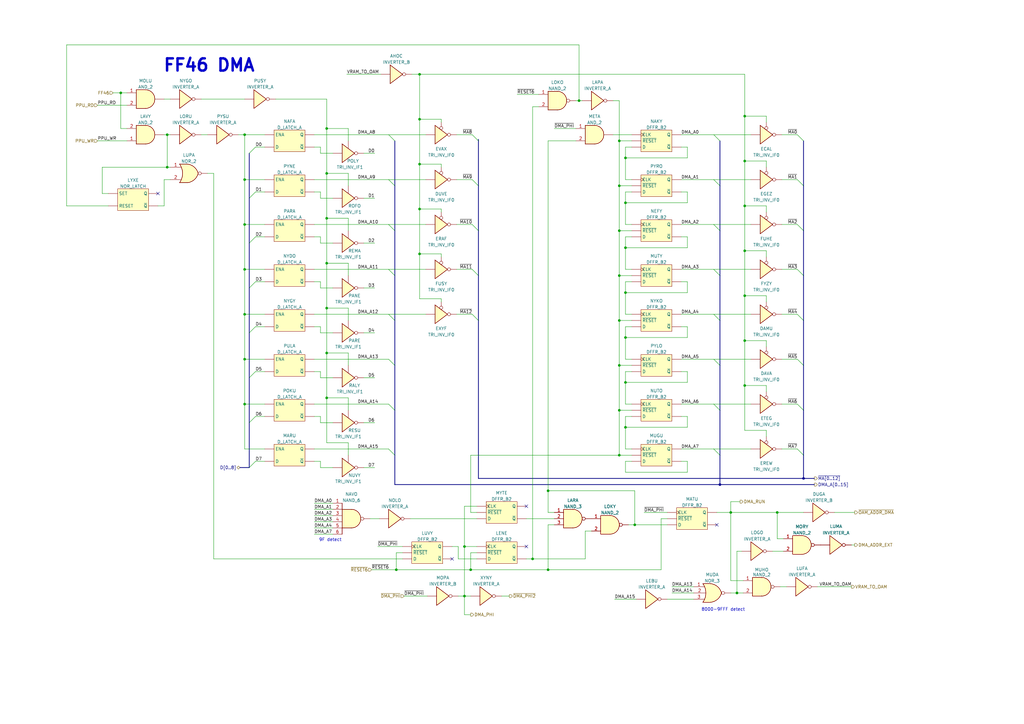
<source format=kicad_sch>
(kicad_sch (version 20211123) (generator eeschema)
  (paper "A3")
  (title_block (title "DMG CPU B") (date "2022-05-19") (rev "0") (company "CC-BY-SA-4.0 Régis Galland & Michael Singer -- Derived work from Furrtek") (comment 1 "https://github.com/msinger/dmg-schematics"))
  (junction (at 254 113.03))
  (junction (at 305.435 84.455))
  (junction (at 256.54 156.845))
  (junction (at 254 94.615))
  (junction (at 224.79 201.295))
  (junction (at 100.33 110.49))
  (junction (at 302.26 243.205))
  (junction (at 254 149.86))
  (junction (at 299.72 210.185))
  (junction (at 162.56 233.68))
  (junction (at 68.58 55.245))
  (junction (at 254 57.785))
  (junction (at 133.985 144.78))
  (junction (at 256.54 175.26))
  (junction (at 256.54 138.43))
  (junction (at 190.5 244.475))
  (junction (at 256.54 101.6))
  (junction (at 224.79 233.68))
  (junction (at 68.58 68.58))
  (junction (at 133.985 89.535))
  (junction (at 100.33 73.66))
  (junction (at 305.435 66.04))
  (junction (at 100.33 147.32))
  (junction (at 254 186.69))
  (junction (at 133.985 163.195))
  (junction (at 318.77 210.185))
  (junction (at 133.985 126.365))
  (junction (at 100.33 55.245))
  (junction (at 329.565 196.215))
  (junction (at 295.275 198.755))
  (junction (at 172.085 30.48))
  (junction (at 256.54 64.77))
  (junction (at 100.33 128.905))
  (junction (at 172.085 85.725))
  (junction (at 133.985 107.95))
  (junction (at 305.435 121.285))
  (junction (at 218.44 229.235))
  (junction (at 133.985 71.12))
  (junction (at 254 131.445))
  (junction (at 49.53 38.1))
  (junction (at 305.435 102.87))
  (junction (at 190.5 224.155))
  (junction (at 193.04 233.68))
  (junction (at 305.435 47.625))
  (junction (at 305.435 139.7))
  (junction (at 100.33 92.075))
  (junction (at 260.35 215.265))
  (junction (at 254 76.2))
  (junction (at 172.085 48.895))
  (junction (at 172.085 104.14))
  (junction (at 305.435 158.115))
  (junction (at 256.54 83.185))
  (junction (at 254 168.275))
  (junction (at 172.085 67.31))
  (junction (at 256.54 120.015))
  (junction (at 237.49 41.275))
  (junction (at 133.985 52.705))
  (junction (at 100.33 165.735))
  (no_connect (at 64.77 79.375))
  (no_connect (at 185.42 229.235))
  (no_connect (at 294.005 215.265))
  (no_connect (at 215.9 224.155))
  (no_connect (at 215.9 207.645))
  (bus_entry (at 159.385 165.735) (size 2.54 2.54))
  (bus_entry (at 102.235 99.695) (size 2.54 -2.54))
  (bus_entry (at 292.735 128.905) (size 2.54 2.54))
  (bus_entry (at 159.385 184.15) (size 2.54 2.54))
  (bus_entry (at 102.235 154.94) (size 2.54 -2.54))
  (bus_entry (at 292.735 165.735) (size 2.54 2.54))
  (bus_entry (at 102.235 62.865) (size 2.54 -2.54))
  (bus_entry (at 193.675 110.49) (size 2.54 2.54))
  (bus_entry (at 292.735 184.15) (size 2.54 2.54))
  (bus_entry (at 327.025 55.245) (size 2.54 2.54))
  (bus_entry (at 327.025 73.66) (size 2.54 2.54))
  (bus_entry (at 327.025 165.735) (size 2.54 2.54))
  (bus_entry (at 327.025 184.15) (size 2.54 2.54))
  (bus_entry (at 327.025 147.32) (size 2.54 2.54))
  (bus_entry (at 327.025 128.905) (size 2.54 2.54))
  (bus_entry (at 327.025 110.49) (size 2.54 2.54))
  (bus_entry (at 327.025 92.075) (size 2.54 2.54))
  (bus_entry (at 193.675 128.905) (size 2.54 2.54))
  (bus_entry (at 102.235 81.28) (size 2.54 -2.54))
  (bus_entry (at 292.735 55.245) (size 2.54 2.54))
  (bus_entry (at 102.235 136.525) (size 2.54 -2.54))
  (bus_entry (at 193.675 92.075) (size 2.54 2.54))
  (bus_entry (at 102.235 173.355) (size 2.54 -2.54))
  (bus_entry (at 102.235 191.77) (size 2.54 -2.54))
  (bus_entry (at 193.675 55.245) (size 2.54 2.54))
  (bus_entry (at 292.735 92.075) (size 2.54 2.54))
  (bus_entry (at 159.385 128.905) (size 2.54 2.54))
  (bus_entry (at 159.385 92.075) (size 2.54 2.54))
  (bus_entry (at 159.385 73.66) (size 2.54 2.54))
  (bus_entry (at 159.385 55.245) (size 2.54 2.54))
  (bus_entry (at 159.385 110.49) (size 2.54 2.54))
  (bus_entry (at 292.735 110.49) (size 2.54 2.54))
  (bus_entry (at 102.235 118.11) (size 2.54 -2.54))
  (bus_entry (at 292.735 147.32) (size 2.54 2.54))
  (bus_entry (at 292.735 73.66) (size 2.54 2.54))
  (bus_entry (at 193.675 73.66) (size 2.54 2.54))
  (bus_entry (at 159.385 147.32) (size 2.54 2.54))
  (wire (pts (xy 256.54 165.735) (xy 259.08 165.735)))
  (wire (pts (xy 100.33 165.735) (xy 108.585 165.735)))
  (wire (pts (xy 180.975 86.995) (xy 180.975 85.725)))
  (wire (pts (xy 256.54 101.6) (xy 256.54 110.49)))
  (wire (pts (xy 128.905 152.4) (xy 131.445 152.4)))
  (wire (pts (xy 168.91 30.48) (xy 172.085 30.48)))
  (wire (pts (xy 100.33 92.075) (xy 108.585 92.075)))
  (wire (pts (xy 131.445 97.155) (xy 131.445 99.695)))
  (wire (pts (xy 237.49 41.275) (xy 237.49 18.415)))
  (wire (pts (xy 149.225 81.28) (xy 153.67 81.28)))
  (wire (pts (xy 224.79 57.785) (xy 224.79 201.295)))
  (wire (pts (xy 314.325 86.995) (xy 314.325 84.455)))
  (wire (pts (xy 142.875 57.785) (xy 142.875 52.705)))
  (bus (pts (xy 295.275 113.03) (xy 295.275 131.445)))
  (wire (pts (xy 305.435 84.455) (xy 305.435 66.04)))
  (wire (pts (xy 44.45 84.455) (xy 27.305 84.455)))
  (wire (pts (xy 87.63 71.12) (xy 85.09 71.12)))
  (wire (pts (xy 128.905 211.455) (xy 136.525 211.455)))
  (wire (pts (xy 142.875 149.86) (xy 142.875 144.78)))
  (wire (pts (xy 224.79 210.185) (xy 224.79 201.295)))
  (wire (pts (xy 279.4 147.32) (xy 292.735 147.32)))
  (wire (pts (xy 292.735 128.905) (xy 307.975 128.905)))
  (wire (pts (xy 128.905 60.325) (xy 131.445 60.325)))
  (wire (pts (xy 133.985 144.78) (xy 142.875 144.78)))
  (wire (pts (xy 162.56 226.695) (xy 162.56 233.68)))
  (wire (pts (xy 133.985 181.61) (xy 142.875 181.61)))
  (wire (pts (xy 256.54 193.675) (xy 281.94 193.675)))
  (wire (pts (xy 128.905 110.49) (xy 159.385 110.49)))
  (wire (pts (xy 254 113.03) (xy 254 131.445)))
  (wire (pts (xy 131.445 133.985) (xy 131.445 136.525)))
  (wire (pts (xy 87.63 71.12) (xy 87.63 229.235)))
  (wire (pts (xy 320.675 110.49) (xy 327.025 110.49)))
  (wire (pts (xy 133.985 71.12) (xy 133.985 89.535)))
  (wire (pts (xy 100.33 92.075) (xy 100.33 110.49)))
  (wire (pts (xy 224.79 215.265) (xy 227.33 215.265)))
  (wire (pts (xy 320.675 147.32) (xy 327.025 147.32)))
  (wire (pts (xy 256.54 156.845) (xy 281.94 156.845)))
  (wire (pts (xy 159.385 110.49) (xy 174.625 110.49)))
  (bus (pts (xy 161.925 94.615) (xy 161.925 113.03)))
  (wire (pts (xy 256.54 92.075) (xy 259.08 92.075)))
  (wire (pts (xy 215.9 212.725) (xy 227.33 212.725)))
  (wire (pts (xy 100.33 128.905) (xy 108.585 128.905)))
  (wire (pts (xy 318.77 210.185) (xy 318.77 220.98)))
  (bus (pts (xy 102.235 118.11) (xy 102.235 136.525)))
  (wire (pts (xy 193.04 210.185) (xy 195.58 210.185)))
  (wire (pts (xy 27.305 18.415) (xy 27.305 84.455)))
  (wire (pts (xy 305.435 102.87) (xy 305.435 84.455)))
  (wire (pts (xy 190.5 244.475) (xy 193.04 244.475)))
  (wire (pts (xy 260.35 215.265) (xy 273.685 215.265)))
  (wire (pts (xy 87.63 229.235) (xy 165.1 229.235)))
  (wire (pts (xy 104.775 60.325) (xy 108.585 60.325)))
  (wire (pts (xy 142.875 168.275) (xy 142.875 163.195)))
  (wire (pts (xy 281.94 138.43) (xy 281.94 133.985)))
  (bus (pts (xy 161.925 57.785) (xy 161.925 76.2)))
  (wire (pts (xy 149.225 136.525) (xy 153.67 136.525)))
  (wire (pts (xy 133.985 126.365) (xy 142.875 126.365)))
  (wire (pts (xy 259.08 60.325) (xy 256.54 60.325)))
  (bus (pts (xy 196.215 131.445) (xy 196.215 196.215)))
  (wire (pts (xy 281.94 101.6) (xy 281.94 97.155)))
  (wire (pts (xy 314.325 47.625) (xy 305.435 47.625)))
  (wire (pts (xy 256.54 83.185) (xy 281.94 83.185)))
  (wire (pts (xy 259.08 168.275) (xy 254 168.275)))
  (bus (pts (xy 295.275 94.615) (xy 295.275 113.03)))
  (wire (pts (xy 131.445 152.4) (xy 131.445 154.94)))
  (wire (pts (xy 240.03 217.805) (xy 242.57 217.805)))
  (wire (pts (xy 218.44 43.815) (xy 220.98 43.815)))
  (wire (pts (xy 128.905 208.915) (xy 136.525 208.915)))
  (wire (pts (xy 259.08 115.57) (xy 256.54 115.57)))
  (wire (pts (xy 292.735 92.075) (xy 307.975 92.075)))
  (wire (pts (xy 128.905 115.57) (xy 131.445 115.57)))
  (wire (pts (xy 154.94 224.155) (xy 165.1 224.155)))
  (wire (pts (xy 131.445 118.11) (xy 136.525 118.11)))
  (wire (pts (xy 100.33 147.32) (xy 100.33 165.735)))
  (wire (pts (xy 172.085 48.895) (xy 172.085 67.31)))
  (wire (pts (xy 180.975 68.58) (xy 180.975 67.31)))
  (wire (pts (xy 302.26 226.06) (xy 304.165 226.06)))
  (wire (pts (xy 314.325 105.41) (xy 314.325 102.87)))
  (wire (pts (xy 259.08 189.23) (xy 256.54 189.23)))
  (wire (pts (xy 279.4 73.66) (xy 292.735 73.66)))
  (wire (pts (xy 314.325 139.7) (xy 305.435 139.7)))
  (wire (pts (xy 142.875 113.03) (xy 142.875 107.95)))
  (wire (pts (xy 281.94 189.23) (xy 279.4 189.23)))
  (bus (pts (xy 161.925 113.03) (xy 161.925 131.445)))
  (wire (pts (xy 68.58 55.245) (xy 69.85 55.245)))
  (bus (pts (xy 295.275 76.2) (xy 295.275 94.615)))
  (wire (pts (xy 100.33 55.245) (xy 100.33 73.66)))
  (wire (pts (xy 254 94.615) (xy 254 113.03)))
  (wire (pts (xy 320.675 73.66) (xy 327.025 73.66)))
  (wire (pts (xy 128.905 133.985) (xy 131.445 133.985)))
  (wire (pts (xy 254 168.275) (xy 254 186.69)))
  (wire (pts (xy 104.775 133.985) (xy 108.585 133.985)))
  (wire (pts (xy 227.33 210.185) (xy 224.79 210.185)))
  (wire (pts (xy 256.54 110.49) (xy 259.08 110.49)))
  (bus (pts (xy 329.565 149.86) (xy 329.565 168.275)))
  (wire (pts (xy 180.975 50.165) (xy 180.975 48.895)))
  (bus (pts (xy 196.215 57.785) (xy 196.215 76.2)))
  (wire (pts (xy 252.095 245.745) (xy 260.985 245.745)))
  (wire (pts (xy 259.08 94.615) (xy 254 94.615)))
  (wire (pts (xy 299.72 210.185) (xy 299.72 238.125)))
  (wire (pts (xy 279.4 165.735) (xy 292.735 165.735)))
  (wire (pts (xy 128.905 184.15) (xy 159.385 184.15)))
  (bus (pts (xy 196.215 57.15) (xy 196.215 57.785)))
  (wire (pts (xy 159.385 73.66) (xy 174.625 73.66)))
  (wire (pts (xy 256.54 83.185) (xy 256.54 92.075)))
  (bus (pts (xy 161.925 168.275) (xy 161.925 186.69)))
  (bus (pts (xy 329.565 76.2) (xy 329.565 94.615)))
  (wire (pts (xy 302.26 243.205) (xy 304.8 243.205)))
  (wire (pts (xy 314.325 176.53) (xy 305.435 176.53)))
  (wire (pts (xy 224.79 201.295) (xy 260.35 201.295)))
  (wire (pts (xy 254 57.785) (xy 254 76.2)))
  (wire (pts (xy 67.31 73.66) (xy 69.85 73.66)))
  (bus (pts (xy 329.565 186.69) (xy 329.565 196.215)))
  (wire (pts (xy 193.04 186.69) (xy 254 186.69)))
  (wire (pts (xy 305.435 66.04) (xy 305.435 47.625)))
  (wire (pts (xy 256.54 78.74) (xy 256.54 83.185)))
  (wire (pts (xy 159.385 55.245) (xy 174.625 55.245)))
  (wire (pts (xy 281.94 60.325) (xy 279.4 60.325)))
  (wire (pts (xy 195.58 212.725) (xy 168.275 212.725)))
  (wire (pts (xy 131.445 173.355) (xy 136.525 173.355)))
  (wire (pts (xy 104.775 115.57) (xy 108.585 115.57)))
  (wire (pts (xy 256.54 97.155) (xy 256.54 101.6)))
  (wire (pts (xy 281.94 78.74) (xy 279.4 78.74)))
  (wire (pts (xy 279.4 128.905) (xy 292.735 128.905)))
  (bus (pts (xy 295.275 198.755) (xy 334.01 198.755)))
  (wire (pts (xy 64.77 84.455) (xy 67.31 84.455)))
  (wire (pts (xy 259.08 113.03) (xy 254 113.03)))
  (wire (pts (xy 162.56 233.68) (xy 193.04 233.68)))
  (wire (pts (xy 281.94 97.155) (xy 279.4 97.155)))
  (bus (pts (xy 161.925 149.86) (xy 161.925 168.275)))
  (wire (pts (xy 27.305 18.415) (xy 237.49 18.415)))
  (wire (pts (xy 305.435 30.48) (xy 305.435 47.625)))
  (wire (pts (xy 281.94 175.26) (xy 281.94 170.815)))
  (wire (pts (xy 299.72 210.185) (xy 318.77 210.185)))
  (wire (pts (xy 104.775 152.4) (xy 108.585 152.4)))
  (wire (pts (xy 159.385 128.905) (xy 174.625 128.905)))
  (wire (pts (xy 256.54 189.23) (xy 256.54 193.675)))
  (wire (pts (xy 193.04 186.69) (xy 193.04 210.185)))
  (wire (pts (xy 236.22 41.275) (xy 237.49 41.275)))
  (wire (pts (xy 172.085 85.725) (xy 172.085 104.14)))
  (wire (pts (xy 271.145 212.725) (xy 273.685 212.725)))
  (wire (pts (xy 256.54 64.77) (xy 256.54 73.66)))
  (wire (pts (xy 67.31 40.64) (xy 69.85 40.64)))
  (wire (pts (xy 128.905 78.74) (xy 131.445 78.74)))
  (wire (pts (xy 128.905 147.32) (xy 159.385 147.32)))
  (wire (pts (xy 279.4 110.49) (xy 292.735 110.49)))
  (wire (pts (xy 131.445 154.94) (xy 136.525 154.94)))
  (wire (pts (xy 305.435 176.53) (xy 305.435 158.115)))
  (bus (pts (xy 102.235 81.28) (xy 102.235 99.695)))
  (wire (pts (xy 128.905 128.905) (xy 159.385 128.905)))
  (wire (pts (xy 281.94 156.845) (xy 281.94 152.4)))
  (bus (pts (xy 295.275 131.445) (xy 295.275 149.86)))
  (wire (pts (xy 149.225 173.355) (xy 153.67 173.355)))
  (wire (pts (xy 256.54 120.015) (xy 281.94 120.015)))
  (wire (pts (xy 259.08 186.69) (xy 254 186.69)))
  (wire (pts (xy 314.325 158.115) (xy 305.435 158.115)))
  (wire (pts (xy 281.94 115.57) (xy 279.4 115.57)))
  (wire (pts (xy 292.735 110.49) (xy 307.975 110.49)))
  (wire (pts (xy 260.35 201.295) (xy 260.35 215.265)))
  (wire (pts (xy 304.8 238.125) (xy 299.72 238.125)))
  (wire (pts (xy 254 149.86) (xy 254 168.275)))
  (wire (pts (xy 212.09 38.735) (xy 220.98 38.735)))
  (wire (pts (xy 187.325 110.49) (xy 193.675 110.49)))
  (wire (pts (xy 187.325 128.905) (xy 193.675 128.905)))
  (wire (pts (xy 294.005 210.185) (xy 299.72 210.185)))
  (bus (pts (xy 329.565 113.03) (xy 329.565 131.445)))
  (wire (pts (xy 131.445 62.865) (xy 136.525 62.865)))
  (bus (pts (xy 329.565 57.785) (xy 329.565 76.2)))
  (wire (pts (xy 320.675 55.245) (xy 327.025 55.245)))
  (wire (pts (xy 320.675 128.905) (xy 327.025 128.905)))
  (wire (pts (xy 100.33 55.245) (xy 108.585 55.245)))
  (wire (pts (xy 133.985 144.78) (xy 133.985 163.195)))
  (bus (pts (xy 196.215 113.03) (xy 196.215 131.445)))
  (wire (pts (xy 131.445 189.23) (xy 131.445 191.77)))
  (wire (pts (xy 100.33 147.32) (xy 108.585 147.32)))
  (wire (pts (xy 128.905 170.815) (xy 131.445 170.815)))
  (wire (pts (xy 303.53 205.74) (xy 299.72 205.74)))
  (wire (pts (xy 342.265 210.185) (xy 350.52 210.185)))
  (wire (pts (xy 224.79 233.68) (xy 224.79 215.265)))
  (wire (pts (xy 305.435 158.115) (xy 305.435 139.7)))
  (wire (pts (xy 180.975 48.895) (xy 172.085 48.895)))
  (bus (pts (xy 98.425 191.77) (xy 102.235 191.77)))
  (wire (pts (xy 320.04 240.665) (xy 322.58 240.665)))
  (wire (pts (xy 190.5 224.155) (xy 195.58 224.155)))
  (bus (pts (xy 196.215 76.2) (xy 196.215 94.615)))
  (bus (pts (xy 295.275 168.275) (xy 295.275 186.69)))
  (wire (pts (xy 259.08 170.815) (xy 256.54 170.815)))
  (wire (pts (xy 305.435 121.285) (xy 305.435 102.87)))
  (wire (pts (xy 254 76.2) (xy 254 94.615)))
  (wire (pts (xy 100.33 73.66) (xy 108.585 73.66)))
  (wire (pts (xy 314.325 102.87) (xy 305.435 102.87)))
  (wire (pts (xy 193.04 226.695) (xy 195.58 226.695)))
  (wire (pts (xy 281.94 83.185) (xy 281.94 78.74)))
  (wire (pts (xy 318.77 210.185) (xy 329.565 210.185)))
  (wire (pts (xy 190.5 252.095) (xy 193.04 252.095)))
  (wire (pts (xy 41.91 79.375) (xy 44.45 79.375)))
  (wire (pts (xy 128.905 219.075) (xy 136.525 219.075)))
  (wire (pts (xy 97.79 55.245) (xy 100.33 55.245)))
  (wire (pts (xy 259.08 133.985) (xy 256.54 133.985)))
  (wire (pts (xy 190.5 207.645) (xy 195.58 207.645)))
  (wire (pts (xy 128.905 213.995) (xy 136.525 213.995)))
  (bus (pts (xy 161.925 198.755) (xy 161.925 186.69)))
  (wire (pts (xy 128.905 92.075) (xy 159.385 92.075)))
  (wire (pts (xy 292.735 147.32) (xy 307.975 147.32)))
  (wire (pts (xy 320.675 165.735) (xy 327.025 165.735)))
  (wire (pts (xy 172.085 85.725) (xy 180.975 85.725)))
  (wire (pts (xy 149.225 62.865) (xy 153.67 62.865)))
  (wire (pts (xy 172.085 30.48) (xy 172.085 48.895)))
  (wire (pts (xy 133.985 89.535) (xy 133.985 107.95)))
  (bus (pts (xy 102.235 173.355) (xy 102.235 191.77)))
  (wire (pts (xy 133.985 163.195) (xy 142.875 163.195)))
  (wire (pts (xy 264.16 210.185) (xy 273.685 210.185)))
  (wire (pts (xy 128.905 97.155) (xy 131.445 97.155)))
  (bus (pts (xy 295.275 57.785) (xy 295.275 76.2)))
  (wire (pts (xy 335.28 240.665) (xy 349.25 240.665)))
  (wire (pts (xy 292.735 165.735) (xy 307.975 165.735)))
  (wire (pts (xy 41.91 68.58) (xy 68.58 68.58)))
  (wire (pts (xy 187.325 92.075) (xy 193.675 92.075)))
  (wire (pts (xy 302.26 243.205) (xy 302.26 226.06)))
  (bus (pts (xy 102.235 62.865) (xy 102.235 81.28)))
  (wire (pts (xy 100.33 128.905) (xy 100.33 147.32)))
  (wire (pts (xy 149.225 154.94) (xy 153.67 154.94)))
  (wire (pts (xy 292.735 184.15) (xy 307.975 184.15)))
  (bus (pts (xy 102.235 136.525) (xy 102.235 154.94)))
  (wire (pts (xy 281.94 120.015) (xy 281.94 115.57)))
  (wire (pts (xy 187.325 73.66) (xy 193.675 73.66)))
  (wire (pts (xy 218.44 43.815) (xy 218.44 229.235)))
  (bus (pts (xy 329.565 196.215) (xy 334.01 196.215)))
  (wire (pts (xy 279.4 184.15) (xy 292.735 184.15)))
  (wire (pts (xy 314.325 66.04) (xy 305.435 66.04)))
  (wire (pts (xy 180.975 123.825) (xy 180.975 122.555)))
  (wire (pts (xy 314.325 123.825) (xy 314.325 121.285)))
  (wire (pts (xy 159.385 92.075) (xy 174.625 92.075)))
  (wire (pts (xy 259.08 97.155) (xy 256.54 97.155)))
  (bus (pts (xy 161.925 76.2) (xy 161.925 94.615)))
  (wire (pts (xy 256.54 156.845) (xy 256.54 165.735)))
  (wire (pts (xy 133.985 126.365) (xy 133.985 144.78)))
  (wire (pts (xy 100.33 165.735) (xy 100.33 184.15)))
  (wire (pts (xy 254 41.275) (xy 254 57.785)))
  (wire (pts (xy 314.325 84.455) (xy 305.435 84.455)))
  (wire (pts (xy 133.985 40.64) (xy 133.985 52.705)))
  (wire (pts (xy 172.085 104.14) (xy 180.975 104.14)))
  (wire (pts (xy 205.74 244.475) (xy 208.915 244.475)))
  (wire (pts (xy 251.46 55.245) (xy 259.08 55.245)))
  (wire (pts (xy 275.59 243.205) (xy 284.48 243.205)))
  (wire (pts (xy 256.54 170.815) (xy 256.54 175.26)))
  (wire (pts (xy 187.96 229.235) (xy 187.96 224.155)))
  (wire (pts (xy 40.005 43.18) (xy 52.07 43.18)))
  (wire (pts (xy 113.03 40.64) (xy 133.985 40.64)))
  (bus (pts (xy 196.215 94.615) (xy 196.215 113.03)))
  (wire (pts (xy 187.96 224.155) (xy 185.42 224.155)))
  (wire (pts (xy 52.07 52.705) (xy 49.53 52.705)))
  (wire (pts (xy 279.4 55.245) (xy 292.735 55.245)))
  (wire (pts (xy 281.94 152.4) (xy 279.4 152.4)))
  (wire (pts (xy 259.08 78.74) (xy 256.54 78.74)))
  (wire (pts (xy 256.54 120.015) (xy 256.54 128.905)))
  (wire (pts (xy 259.08 57.785) (xy 254 57.785)))
  (wire (pts (xy 256.54 64.77) (xy 281.94 64.77)))
  (wire (pts (xy 187.325 55.245) (xy 193.675 55.245)))
  (bus (pts (xy 329.565 94.615) (xy 329.565 113.03)))
  (wire (pts (xy 259.08 76.2) (xy 254 76.2)))
  (wire (pts (xy 128.905 165.735) (xy 159.385 165.735)))
  (wire (pts (xy 256.54 152.4) (xy 256.54 156.845)))
  (wire (pts (xy 149.225 191.77) (xy 153.67 191.77)))
  (wire (pts (xy 193.04 233.68) (xy 224.79 233.68)))
  (wire (pts (xy 316.865 226.06) (xy 321.31 226.06)))
  (wire (pts (xy 318.77 220.98) (xy 321.31 220.98)))
  (wire (pts (xy 152.4 233.68) (xy 162.56 233.68)))
  (wire (pts (xy 131.445 60.325) (xy 131.445 62.865)))
  (wire (pts (xy 131.445 136.525) (xy 136.525 136.525)))
  (wire (pts (xy 190.5 207.645) (xy 190.5 224.155)))
  (wire (pts (xy 349.25 223.52) (xy 350.52 223.52)))
  (wire (pts (xy 133.985 89.535) (xy 142.875 89.535)))
  (wire (pts (xy 104.775 170.815) (xy 108.585 170.815)))
  (wire (pts (xy 279.4 92.075) (xy 292.735 92.075)))
  (wire (pts (xy 128.905 55.245) (xy 159.385 55.245)))
  (wire (pts (xy 67.31 84.455) (xy 67.31 73.66)))
  (wire (pts (xy 131.445 170.815) (xy 131.445 173.355)))
  (wire (pts (xy 131.445 115.57) (xy 131.445 118.11)))
  (wire (pts (xy 67.31 55.245) (xy 68.58 55.245)))
  (wire (pts (xy 142.875 131.445) (xy 142.875 126.365)))
  (wire (pts (xy 236.22 57.785) (xy 224.79 57.785)))
  (wire (pts (xy 142.875 181.61) (xy 142.875 186.69)))
  (wire (pts (xy 281.94 133.985) (xy 279.4 133.985)))
  (wire (pts (xy 259.08 149.86) (xy 254 149.86)))
  (wire (pts (xy 314.325 50.165) (xy 314.325 47.625)))
  (wire (pts (xy 190.5 224.155) (xy 190.5 244.475)))
  (wire (pts (xy 69.85 68.58) (xy 68.58 68.58)))
  (wire (pts (xy 49.53 52.705) (xy 49.53 38.1)))
  (wire (pts (xy 256.54 138.43) (xy 256.54 147.32)))
  (wire (pts (xy 172.085 67.31) (xy 172.085 85.725)))
  (wire (pts (xy 256.54 184.15) (xy 259.08 184.15)))
  (wire (pts (xy 215.9 229.235) (xy 218.44 229.235)))
  (wire (pts (xy 82.55 55.245) (xy 85.09 55.245)))
  (bus (pts (xy 196.215 196.215) (xy 329.565 196.215)))
  (wire (pts (xy 128.905 189.23) (xy 131.445 189.23)))
  (wire (pts (xy 131.445 191.77) (xy 136.525 191.77)))
  (wire (pts (xy 40.005 57.785) (xy 52.07 57.785)))
  (wire (pts (xy 218.44 229.235) (xy 240.03 229.235)))
  (wire (pts (xy 82.55 40.64) (xy 100.33 40.64)))
  (wire (pts (xy 149.225 99.695) (xy 153.67 99.695)))
  (wire (pts (xy 227.33 52.705) (xy 236.22 52.705)))
  (wire (pts (xy 104.775 97.155) (xy 108.585 97.155)))
  (wire (pts (xy 224.79 233.68) (xy 271.145 233.68)))
  (bus (pts (xy 295.275 198.755) (xy 161.925 198.755)))
  (wire (pts (xy 320.675 184.15) (xy 327.025 184.15)))
  (wire (pts (xy 128.905 216.535) (xy 136.525 216.535)))
  (wire (pts (xy 131.445 81.28) (xy 136.525 81.28)))
  (wire (pts (xy 256.54 115.57) (xy 256.54 120.015)))
  (wire (pts (xy 180.975 105.41) (xy 180.975 104.14)))
  (wire (pts (xy 299.72 205.74) (xy 299.72 210.185)))
  (wire (pts (xy 100.33 184.15) (xy 108.585 184.15)))
  (wire (pts (xy 251.46 41.275) (xy 254 41.275)))
  (wire (pts (xy 165.735 244.475) (xy 175.26 244.475)))
  (wire (pts (xy 320.675 92.075) (xy 327.025 92.075)))
  (wire (pts (xy 172.085 104.14) (xy 172.085 122.555)))
  (wire (pts (xy 299.72 243.205) (xy 302.26 243.205)))
  (wire (pts (xy 133.985 52.705) (xy 142.875 52.705)))
  (wire (pts (xy 187.96 244.475) (xy 190.5 244.475)))
  (wire (pts (xy 41.91 68.58) (xy 41.91 79.375)))
  (wire (pts (xy 104.775 189.23) (xy 108.585 189.23)))
  (wire (pts (xy 292.735 73.66) (xy 307.975 73.66)))
  (wire (pts (xy 131.445 99.695) (xy 136.525 99.695)))
  (wire (pts (xy 259.08 152.4) (xy 256.54 152.4)))
  (wire (pts (xy 162.56 226.695) (xy 165.1 226.695)))
  (wire (pts (xy 256.54 60.325) (xy 256.54 64.77)))
  (wire (pts (xy 193.04 226.695) (xy 193.04 233.68)))
  (wire (pts (xy 260.35 215.265) (xy 257.81 215.265)))
  (wire (pts (xy 151.765 212.725) (xy 155.575 212.725)))
  (wire (pts (xy 281.94 170.815) (xy 279.4 170.815)))
  (bus (pts (xy 295.275 149.86) (xy 295.275 168.275)))
  (wire (pts (xy 281.94 64.77) (xy 281.94 60.325)))
  (wire (pts (xy 133.985 71.12) (xy 142.875 71.12)))
  (wire (pts (xy 259.08 73.66) (xy 256.54 73.66)))
  (wire (pts (xy 133.985 107.95) (xy 142.875 107.95)))
  (wire (pts (xy 190.5 252.095) (xy 190.5 244.475)))
  (wire (pts (xy 256.54 147.32) (xy 259.08 147.32)))
  (wire (pts (xy 314.325 142.24) (xy 314.325 139.7)))
  (wire (pts (xy 259.08 131.445) (xy 254 131.445)))
  (wire (pts (xy 256.54 133.985) (xy 256.54 138.43)))
  (wire (pts (xy 133.985 107.95) (xy 133.985 126.365)))
  (bus (pts (xy 102.235 99.695) (xy 102.235 118.11)))
  (wire (pts (xy 275.59 240.665) (xy 284.48 240.665)))
  (wire (pts (xy 256.54 128.905) (xy 259.08 128.905)))
  (wire (pts (xy 237.49 41.275) (xy 238.76 41.275)))
  (wire (pts (xy 314.325 68.58) (xy 314.325 66.04)))
  (wire (pts (xy 256.54 175.26) (xy 281.94 175.26)))
  (wire (pts (xy 314.325 160.655) (xy 314.325 158.115)))
  (wire (pts (xy 314.325 179.07) (xy 314.325 176.53)))
  (wire (pts (xy 292.735 55.245) (xy 307.975 55.245)))
  (wire (pts (xy 133.985 163.195) (xy 133.985 181.61)))
  (wire (pts (xy 142.24 30.48) (xy 156.21 30.48)))
  (wire (pts (xy 68.58 55.245) (xy 68.58 68.58)))
  (wire (pts (xy 142.875 94.615) (xy 142.875 89.535)))
  (wire (pts (xy 281.94 193.675) (xy 281.94 189.23)))
  (wire (pts (xy 100.33 110.49) (xy 108.585 110.49)))
  (bus (pts (xy 102.235 154.94) (xy 102.235 173.355)))
  (wire (pts (xy 256.54 101.6) (xy 281.94 101.6)))
  (wire (pts (xy 149.225 118.11) (xy 153.67 118.11)))
  (wire (pts (xy 172.085 30.48) (xy 305.435 30.48)))
  (wire (pts (xy 314.325 121.285) (xy 305.435 121.285)))
  (wire (pts (xy 256.54 175.26) (xy 256.54 184.15)))
  (wire (pts (xy 128.905 73.66) (xy 159.385 73.66)))
  (wire (pts (xy 104.775 78.74) (xy 108.585 78.74)))
  (wire (pts (xy 100.33 73.66) (xy 100.33 92.075)))
  (bus (pts (xy 329.565 131.445) (xy 329.565 149.86)))
  (wire (pts (xy 49.53 38.1) (xy 52.07 38.1)))
  (wire (pts (xy 271.145 233.68) (xy 271.145 212.725)))
  (wire (pts (xy 128.905 206.375) (xy 136.525 206.375)))
  (wire (pts (xy 172.085 67.31) (xy 180.975 67.31)))
  (wire (pts (xy 100.33 110.49) (xy 100.33 128.905)))
  (wire (pts (xy 256.54 138.43) (xy 281.94 138.43)))
  (wire (pts (xy 142.875 76.2) (xy 142.875 71.12)))
  (bus (pts (xy 295.275 186.69) (xy 295.275 198.755)))
  (wire (pts (xy 240.03 229.235) (xy 240.03 217.805)))
  (bus (pts (xy 161.925 131.445) (xy 161.925 149.86)))
  (wire (pts (xy 195.58 229.235) (xy 187.96 229.235)))
  (bus (pts (xy 329.565 168.275) (xy 329.565 186.69)))
  (wire (pts (xy 273.685 245.745) (xy 284.48 245.745)))
  (wire (pts (xy 172.085 122.555) (xy 180.975 122.555)))
  (wire (pts (xy 46.355 38.1) (xy 49.53 38.1)))
  (wire (pts (xy 254 131.445) (xy 254 149.86)))
  (wire (pts (xy 133.985 52.705) (xy 133.985 71.12)))
  (wire (pts (xy 305.435 139.7) (xy 305.435 121.285)))
  (wire (pts (xy 131.445 78.74) (xy 131.445 81.28)))
  (text "8000-9FFF detect" (at 287.655 250.825 0) (effects (font (size 1.27 1.27)) (justify left bottom)))
  (text "FF46 DMA" (at 66.675 29.845 0) (effects (font (size 5 5) (thickness 1) bold) (justify left bottom)))
  (text "9F detect" (at 130.81 222.25 0) (effects (font (size 1.27 1.27)) (justify left bottom)))
  (label "D2" (at 153.67 99.695 180))
  (label "DMA_A13" (at 146.685 147.32 0))
  (label "DMA_A3" (at 279.4 110.49 0))
  (label "DMA_A1" (at 279.4 73.66 0))
  (label "D7" (at 153.67 191.77 180))
  (label "~{DMA_PHI}" (at 227.33 52.705 0))
  (label "DMA_A8" (at 146.685 55.245 0))
  (label "VRAM_TO_OAM" (at 142.24 30.48 0))
  (label "DMA_A15" (at 252.095 245.745 0))
  (label "DMA_A4" (at 279.4 128.905 0))
  (label "DMA_A0" (at 279.4 55.245 0))
  (label "DMA_A12" (at 146.685 128.905 0))
  (label "DMA_A15" (at 146.685 184.15 0))
  (label "~{MA5}" (at 327.025 147.32 180))
  (label "~{MA7}" (at 327.025 184.15 180))
  (label "~{MA6}" (at 327.025 165.735 180))
  (label "D3" (at 153.67 118.11 180))
  (label "DMA_A6" (at 279.4 165.735 0))
  (label "DMA_A9" (at 146.685 73.66 0))
  (label "~{MA8}" (at 193.675 55.245 180))
  (label "~{MA2}" (at 327.025 92.075 180))
  (label "~{MA4}" (at 327.025 128.905 180))
  (label "DMA_A11" (at 146.685 110.49 0))
  (label "D4" (at 104.775 133.985 0))
  (label "DMA_A5" (at 279.4 147.32 0))
  (label "~{DMA_PHI}" (at 264.16 210.185 0))
  (label "VRAM_TO_OAM" (at 349.25 240.665 180))
  (label "PPU_RD" (at 40.005 43.18 0))
  (label "D0" (at 153.67 62.865 180))
  (label "DMA_A10" (at 146.685 92.075 0))
  (label "DMA_A7" (at 128.905 219.075 0))
  (label "~{MA10}" (at 193.675 92.075 180))
  (label "DMA_A14" (at 146.685 165.735 0))
  (label "DMA_A1" (at 128.905 208.915 0))
  (label "DMA_A0" (at 128.905 206.375 0))
  (label "~{DMA_PHI}" (at 154.94 224.155 0))
  (label "~{MA12}" (at 193.675 128.905 180))
  (label "~{MA11}" (at 193.675 110.49 180))
  (label "D2" (at 104.775 97.155 0))
  (label "~{DMA_PHI}" (at 165.735 244.475 0))
  (label "D5" (at 104.775 152.4 0))
  (label "D1" (at 153.67 81.28 180))
  (label "DMA_A7" (at 279.4 184.15 0))
  (label "D3" (at 104.775 115.57 0))
  (label "DMA_A4" (at 128.905 216.535 0))
  (label "D1" (at 104.775 78.74 0))
  (label "D4" (at 153.67 136.525 180))
  (label "~{MA9}" (at 193.675 73.66 180))
  (label "~{MA0}" (at 327.025 55.245 180))
  (label "D5" (at 153.67 154.94 180))
  (label "D0" (at 104.775 60.325 0))
  (label "~{MA3}" (at 327.025 110.49 180))
  (label "~{RESET6}" (at 212.09 38.735 0))
  (label "DMA_A14" (at 275.59 243.205 0))
  (label "DMA_A3" (at 128.905 213.995 0))
  (label "D6" (at 104.775 170.815 0))
  (label "DMA_A2" (at 279.4 92.075 0))
  (label "D6" (at 153.67 173.355 180))
  (label "D7" (at 104.775 189.23 0))
  (label "~{MA1}" (at 327.025 73.66 180))
  (label "PPU_WR" (at 40.005 57.785 0))
  (label "~{RESET6}" (at 152.4 233.68 0))
  (label "DMA_A2" (at 128.905 211.455 0))
  (label "DMA_A13" (at 275.59 240.665 0))
  (hierarchical_label "~{OAM_ADDR_DMA}" (shape output) (at 350.52 210.185 0))
  (hierarchical_label "DMA_RUN" (shape output) (at 303.53 205.74 0))
  (hierarchical_label "D[0..8]" (shape bidirectional) (at 98.425 191.77 180))
  (hierarchical_label "FF46" (shape input) (at 46.355 38.1 180))
  (hierarchical_label "~{RESET6}" (shape input) (at 152.4 233.68 180))
  (hierarchical_label "DMA_A[0..15]" (shape output) (at 334.01 198.755 0))
  (hierarchical_label "PPU_WR" (shape input) (at 40.005 57.785 180))
  (hierarchical_label "PPU_RD" (shape input) (at 40.005 43.18 180))
  (hierarchical_label "DMA_PHI" (shape output) (at 193.04 252.095 0))
  (hierarchical_label "~{DMA_PHI}" (shape input) (at 165.735 244.475 180))
  (hierarchical_label "~{MA[0..12]}" (shape output) (at 334.01 196.215 0))
  (hierarchical_label "VRAM_TO_OAM" (shape output) (at 349.25 240.665 0))
  (hierarchical_label "~{DMA_PHI2}" (shape output) (at 208.915 244.475 0))
  (hierarchical_label "DMA_ADDR_EXT" (shape output) (at 350.52 223.52 0))
  (symbol (lib_id "DMG_CPU_Cells:DFFR_B2") (at 269.24 76.2 0) (unit 1)
    (property "Reference" "PYRO" (at 269.24 68.1822 0))
    (property "Value" "DFFR_B2" (at 269.24 70.7191 0))
    (property "Datasheet" "http://iceboy.a-singer.de/doc/dmg_cells.html#dffr_b2" (effects hide))
  )
  (symbol (lib_id "DMG_CPU_Cells:NAND_2") (at 228.6 41.275 0) (unit 1)
    (property "Reference" "LOKO" (at 228.6 33.7652 0))
    (property "Value" "NAND_2" (at 228.6 36.3021 0))
    (property "Datasheet" "http://iceboy.a-singer.de/doc/dmg_cells.html#nand2" (effects hide))
  )
  (symbol (lib_id "DMG_CPU_Cells:INVERTER_B") (at 162.56 30.48 0) (unit 1)
    (property "Reference" "AHOC" (at 162.56 22.9702 0))
    (property "Value" "INVERTER_B" (at 162.56 25.5071 0))
    (property "Datasheet" "http://iceboy.a-singer.de/doc/dmg_cells.html#inv_b" (effects hide))
  )
  (symbol (lib_id "DMG_CPU_Cells:DFFR_B2") (at 205.74 210.185 0) (unit 1)
    (property "Reference" "MYTE" (at 205.74 202.1672 0))
    (property "Value" "DFFR_B2" (at 205.74 204.7041 0))
    (property "Datasheet" "http://iceboy.a-singer.de/doc/dmg_cells.html#dffr_b2" (effects hide))
  )
  (symbol (lib_name "TRI_INV_IF0_11") (lib_id "DMG_CPU_Cells:TRI_INV_IF0") (at 180.975 55.245 0) (unit 1)
    (property "Reference" "EVAX" (at 180.975 61.0854 0))
    (property "Value" "TRI_INV_IF0" (at 180.975 63.6223 0))
    (property "Datasheet" "http://iceboy.a-singer.de/doc/dmg_cells.html#tri_inv_if0" (effects hide))
  )
  (symbol (lib_id "DMG_CPU_Cells:TRI_INV_IF1") (at 142.875 173.355 0) (unit 1)
    (property "Reference" "RESU" (at 145.415 176.53 0))
    (property "Value" "TRI_INV_IF1" (at 142.875 179.07 0))
    (property "Datasheet" "http://iceboy.a-singer.de/doc/dmg_cells.html#tri_inv_if1" (effects hide))
  )
  (symbol (lib_id "DMG_CPU_Cells:D_LATCH_A") (at 118.745 57.785 0) (unit 1)
    (property "Reference" "NAFA" (at 118.745 49.7672 0))
    (property "Value" "D_LATCH_A" (at 118.745 52.3041 0))
    (property "Datasheet" "http://iceboy.a-singer.de/doc/dmg_cells.html#dlatch_a" (effects hide))
  )
  (symbol (lib_id "DMG_CPU_Cells:INVERTER_A") (at 106.68 40.64 0) (unit 1)
    (property "Reference" "PUSY" (at 106.68 33.1302 0))
    (property "Value" "INVERTER_A" (at 106.68 35.6671 0))
    (property "Datasheet" "http://iceboy.a-singer.de/doc/dmg_cells.html#inv_a" (effects hide))
  )
  (symbol (lib_id "DMG_CPU_Cells:INVERTER_A") (at 342.9 223.52 0) (unit 1)
    (property "Reference" "LUMA" (at 342.9 215.9 0))
    (property "Value" "INVERTER_A" (at 342.9 218.5471 0))
    (property "Datasheet" "http://iceboy.a-singer.de/doc/dmg_cells.html#inv_a" (effects hide))
  )
  (symbol (lib_id "DMG_CPU_Cells:INVERTER_A") (at 76.2 40.64 0) (unit 1)
    (property "Reference" "NYGO" (at 76.2 33.1302 0))
    (property "Value" "INVERTER_A" (at 76.2 35.6671 0))
    (property "Datasheet" "http://iceboy.a-singer.de/doc/dmg_cells.html#inv_a" (effects hide))
  )
  (symbol (lib_id "DMG_CPU_Cells:NAND_2") (at 312.42 240.665 0) (unit 1)
    (property "Reference" "MUHO" (at 312.42 233.68 0))
    (property "Value" "NAND_2" (at 312.42 235.6921 0))
    (property "Datasheet" "http://iceboy.a-singer.de/doc/dmg_cells.html#nand2" (effects hide))
  )
  (symbol (lib_id "DMG_CPU_Cells:D_LATCH_A") (at 118.745 94.615 0) (unit 1)
    (property "Reference" "PARA" (at 118.745 86.5972 0))
    (property "Value" "D_LATCH_A" (at 118.745 89.1341 0))
    (property "Datasheet" "http://iceboy.a-singer.de/doc/dmg_cells.html#dlatch_a" (effects hide))
  )
  (symbol (lib_name "TRI_INV_IF1_3") (lib_id "DMG_CPU_Cells:TRI_INV_IF1") (at 142.875 99.695 0) (unit 1)
    (property "Reference" "REMA" (at 145.415 102.87 0))
    (property "Value" "TRI_INV_IF1" (at 142.875 105.41 0))
    (property "Datasheet" "http://iceboy.a-singer.de/doc/dmg_cells.html#tri_inv_if1" (effects hide))
  )
  (symbol (lib_id "DMG_CPU_Cells:AND_2") (at 59.69 55.245 0) (mirror x) (unit 1)
    (property "Reference" "LAVY" (at 59.69 47.7352 0))
    (property "Value" "AND_2" (at 59.69 50.2721 0))
    (property "Datasheet" "http://iceboy.a-singer.de/doc/dmg_cells.html#and2" (effects hide))
  )
  (symbol (lib_id "DMG_CPU_Cells:DFFR_B2") (at 269.24 57.785 0) (unit 1)
    (property "Reference" "NAKY" (at 269.24 49.7672 0))
    (property "Value" "DFFR_B2" (at 269.24 52.3041 0))
    (property "Datasheet" "http://iceboy.a-singer.de/doc/dmg_cells.html#dffr_b2" (effects hide))
  )
  (symbol (lib_id "DMG_CPU_Cells:NAND_3") (at 234.95 212.725 0) (unit 1)
    (property "Reference" "LARA" (at 234.95 205.2152 0))
    (property "Value" "NAND_3" (at 234.95 207.7521 0))
    (property "Datasheet" "http://iceboy.a-singer.de/doc/dmg_cells.html#nand3" (effects hide))
  )
  (symbol (lib_id "DMG_CPU_Cells:NAND_6") (at 144.145 212.725 0) (unit 1)
    (property "Reference" "NAVO" (at 144.145 202.6752 0))
    (property "Value" "NAND_6" (at 144.145 205.2121 0))
    (property "Datasheet" "http://iceboy.a-singer.de/doc/dmg_cells.html#nand6" (effects hide))
  )
  (symbol (lib_id "DMG_CPU_Cells:D_LATCH_A") (at 118.745 131.445 0) (unit 1)
    (property "Reference" "NYGY" (at 118.745 123.4272 0))
    (property "Value" "D_LATCH_A" (at 118.745 125.9641 0))
    (property "Datasheet" "http://iceboy.a-singer.de/doc/dmg_cells.html#dlatch_a" (effects hide))
  )
  (symbol (lib_name "TRI_INV_IF1_7") (lib_id "DMG_CPU_Cells:TRI_INV_IF1") (at 142.875 191.77 0) (unit 1)
    (property "Reference" "NUVY" (at 145.415 194.945 0))
    (property "Value" "TRI_INV_IF1" (at 142.875 197.485 0))
    (property "Datasheet" "http://iceboy.a-singer.de/doc/dmg_cells.html#tri_inv_if1" (effects hide))
  )
  (symbol (lib_id "DMG_CPU_Cells:DFFR_B2") (at 269.24 113.03 0) (unit 1)
    (property "Reference" "MUTY" (at 269.24 105.0122 0))
    (property "Value" "DFFR_B2" (at 269.24 107.5491 0))
    (property "Datasheet" "http://iceboy.a-singer.de/doc/dmg_cells.html#dffr_b2" (effects hide))
  )
  (symbol (lib_id "DMG_CPU_Cells:D_LATCH_A") (at 118.745 149.86 0) (unit 1)
    (property "Reference" "PULA" (at 118.745 141.8422 0))
    (property "Value" "D_LATCH_A" (at 118.745 144.3791 0))
    (property "Datasheet" "http://iceboy.a-singer.de/doc/dmg_cells.html#dlatch_a" (effects hide))
  )
  (symbol (lib_name "TRI_INV_IF0_5") (lib_id "DMG_CPU_Cells:TRI_INV_IF0") (at 314.325 147.32 0) (unit 1)
    (property "Reference" "DAVA" (at 314.325 153.1604 0))
    (property "Value" "TRI_INV_IF0" (at 314.325 155.6973 0))
    (property "Datasheet" "http://iceboy.a-singer.de/doc/dmg_cells.html#tri_inv_if0" (effects hide))
  )
  (symbol (lib_id "DMG_CPU_Cells:DFFR_B2") (at 269.24 168.275 0) (unit 1)
    (property "Reference" "NUTO" (at 269.24 160.2572 0))
    (property "Value" "DFFR_B2" (at 269.24 162.7941 0))
    (property "Datasheet" "http://iceboy.a-singer.de/doc/dmg_cells.html#dffr_b2" (effects hide))
  )
  (symbol (lib_id "DMG_CPU_Cells:INVERTER_A") (at 310.515 226.06 0) (unit 1)
    (property "Reference" "LOGO" (at 310.515 218.44 0))
    (property "Value" "INVERTER_A" (at 310.515 221.0871 0))
    (property "Datasheet" "http://iceboy.a-singer.de/doc/dmg_cells.html#inv_a" (effects hide))
  )
  (symbol (lib_id "DMG_CPU_Cells:NOR_3") (at 292.1 243.205 0) (unit 1)
    (property "Reference" "MUDA" (at 292.0998 235.6952 0))
    (property "Value" "NOR_3" (at 292.0998 238.2321 0))
    (property "Datasheet" "http://iceboy.a-singer.de/doc/dmg_cells.html#nor3" (effects hide))
  )
  (symbol (lib_name "TRI_INV_IF0_10") (lib_id "DMG_CPU_Cells:TRI_INV_IF0") (at 180.975 128.905 0) (unit 1)
    (property "Reference" "EXYF" (at 180.975 134.7454 0))
    (property "Value" "TRI_INV_IF0" (at 180.975 137.2823 0))
    (property "Datasheet" "http://iceboy.a-singer.de/doc/dmg_cells.html#tri_inv_if0" (effects hide))
  )
  (symbol (lib_id "DMG_CPU_Cells:NOR_2") (at 77.47 71.12 0) (unit 1)
    (property "Reference" "LUPA" (at 77.4698 63.6102 0))
    (property "Value" "NOR_2" (at 77.4698 66.1471 0))
    (property "Datasheet" "http://iceboy.a-singer.de/doc/dmg_cells.html#nor2" (effects hide))
  )
  (symbol (lib_id "DMG_CPU_Cells:INVERTER_A") (at 161.925 212.725 0) (unit 1)
    (property "Reference" "NOLO" (at 161.925 205.2152 0))
    (property "Value" "INVERTER_A" (at 161.925 207.7521 0))
    (property "Datasheet" "http://iceboy.a-singer.de/doc/dmg_cells.html#inv_a" (effects hide))
  )
  (symbol (lib_name "TRI_INV_IF1_5") (lib_id "DMG_CPU_Cells:TRI_INV_IF1") (at 142.875 136.525 0) (unit 1)
    (property "Reference" "PARE" (at 145.415 139.7 0))
    (property "Value" "TRI_INV_IF1" (at 142.875 142.24 0))
    (property "Datasheet" "http://iceboy.a-singer.de/doc/dmg_cells.html#tri_inv_if1" (effects hide))
  )
  (symbol (lib_name "TRI_INV_IF0_2") (lib_id "DMG_CPU_Cells:TRI_INV_IF0") (at 314.325 110.49 0) (unit 1)
    (property "Reference" "FYZY" (at 314.325 116.3304 0))
    (property "Value" "TRI_INV_IF0" (at 314.325 118.8673 0))
    (property "Datasheet" "http://iceboy.a-singer.de/doc/dmg_cells.html#tri_inv_if0" (effects hide))
  )
  (symbol (lib_id "DMG_CPU_Cells:INVERTER_A") (at 91.44 55.245 0) (unit 1)
    (property "Reference" "PYSU" (at 91.44 47.7352 0))
    (property "Value" "INVERTER_A" (at 91.44 50.2721 0))
    (property "Datasheet" "http://iceboy.a-singer.de/doc/dmg_cells.html#inv_a" (effects hide))
  )
  (symbol (lib_id "DMG_CPU_Cells:DFFR_B2") (at 175.26 226.695 0) (unit 1)
    (property "Reference" "LUVY" (at 175.26 218.6772 0))
    (property "Value" "DFFR_B2" (at 175.26 221.2141 0))
    (property "Datasheet" "http://iceboy.a-singer.de/doc/dmg_cells.html#dffr_b2" (effects hide))
  )
  (symbol (lib_id "DMG_CPU_Cells:AND_2") (at 59.69 40.64 0) (unit 1)
    (property "Reference" "MOLU" (at 59.69 33.1302 0))
    (property "Value" "AND_2" (at 59.69 35.6671 0))
    (property "Datasheet" "http://iceboy.a-singer.de/doc/dmg_cells.html#and2" (effects hide))
  )
  (symbol (lib_name "TRI_INV_IF1_6") (lib_id "DMG_CPU_Cells:TRI_INV_IF1") (at 142.875 154.94 0) (unit 1)
    (property "Reference" "RALY" (at 145.415 158.115 0))
    (property "Value" "TRI_INV_IF1" (at 143.51 160.655 0))
    (property "Datasheet" "http://iceboy.a-singer.de/doc/dmg_cells.html#tri_inv_if1" (effects hide))
  )
  (symbol (lib_id "DMG_CPU_Cells:INVERTER_B") (at 181.61 244.475 0) (unit 1)
    (property "Reference" "MOPA" (at 181.61 236.9652 0))
    (property "Value" "INVERTER_B" (at 181.61 239.5021 0))
    (property "Datasheet" "http://iceboy.a-singer.de/doc/dmg_cells.html#inv_b" (effects hide))
  )
  (symbol (lib_name "TRI_INV_IF0_8") (lib_id "DMG_CPU_Cells:TRI_INV_IF0") (at 180.975 73.66 0) (unit 1)
    (property "Reference" "DUVE" (at 180.975 79.5004 0))
    (property "Value" "TRI_INV_IF0" (at 180.975 82.0373 0))
    (property "Datasheet" "http://iceboy.a-singer.de/doc/dmg_cells.html#tri_inv_if0" (effects hide))
  )
  (symbol (lib_id "DMG_CPU_Cells:INVERTER_A") (at 199.39 244.475 0) (unit 1)
    (property "Reference" "XYNY" (at 199.39 236.9652 0))
    (property "Value" "INVERTER_A" (at 199.39 239.5021 0))
    (property "Datasheet" "http://iceboy.a-singer.de/doc/dmg_cells.html#inv_a" (effects hide))
  )
  (symbol (lib_name "TRI_INV_IF0_6") (lib_id "DMG_CPU_Cells:TRI_INV_IF0") (at 314.325 128.905 0) (unit 1)
    (property "Reference" "DAMU" (at 314.325 134.7454 0))
    (property "Value" "TRI_INV_IF0" (at 314.325 137.2823 0))
    (property "Datasheet" "http://iceboy.a-singer.de/doc/dmg_cells.html#tri_inv_if0" (effects hide))
  )
  (symbol (lib_id "DMG_CPU_Cells:INVERTER_A") (at 76.2 55.245 0) (unit 1)
    (property "Reference" "LORU" (at 76.2 47.7352 0))
    (property "Value" "INVERTER_A" (at 76.2 50.2721 0))
    (property "Datasheet" "http://iceboy.a-singer.de/doc/dmg_cells.html#inv_a" (effects hide))
  )
  (symbol (lib_id "DMG_CPU_Cells:DFFR_B2") (at 205.74 226.695 0) (unit 1)
    (property "Reference" "LENE" (at 205.74 218.6772 0))
    (property "Value" "DFFR_B2" (at 205.74 221.2141 0))
    (property "Datasheet" "http://iceboy.a-singer.de/doc/dmg_cells.html#dffr_b2" (effects hide))
  )
  (symbol (lib_name "TRI_INV_IF1_1") (lib_id "DMG_CPU_Cells:TRI_INV_IF1") (at 142.875 81.28 0) (unit 1)
    (property "Reference" "ROFO" (at 145.415 84.455 0))
    (property "Value" "TRI_INV_IF1" (at 142.875 86.995 0))
    (property "Datasheet" "http://iceboy.a-singer.de/doc/dmg_cells.html#tri_inv_if1" (effects hide))
  )
  (symbol (lib_id "DMG_CPU_Cells:DFFR_B2") (at 283.845 212.725 0) (unit 1)
    (property "Reference" "MATU" (at 283.845 204.7072 0))
    (property "Value" "DFFR_B2" (at 283.845 207.2441 0))
    (property "Datasheet" "http://iceboy.a-singer.de/doc/dmg_cells.html#dffr_b2" (effects hide))
  )
  (symbol (lib_id "DMG_CPU_Cells:TRI_INV_IF0") (at 314.325 184.15 0) (unit 1)
    (property "Reference" "EREW" (at 314.325 189.9904 0))
    (property "Value" "TRI_INV_IF0" (at 314.325 192.5273 0))
    (property "Datasheet" "http://iceboy.a-singer.de/doc/dmg_cells.html#tri_inv_if0" (effects hide))
  )
  (symbol (lib_id "DMG_CPU_Cells:NAND_2") (at 328.93 223.52 0) (unit 1)
    (property "Reference" "MORY" (at 328.93 216.0102 0))
    (property "Value" "NAND_2" (at 328.93 218.5471 0))
    (property "Datasheet" "http://iceboy.a-singer.de/doc/dmg_cells.html#nand2" (effects hide))
  )
  (symbol (lib_name "TRI_INV_IF1_4") (lib_id "DMG_CPU_Cells:TRI_INV_IF1") (at 142.875 118.11 0) (unit 1)
    (property "Reference" "PANE" (at 145.415 121.285 0))
    (property "Value" "TRI_INV_IF1" (at 142.875 123.825 0))
    (property "Datasheet" "http://iceboy.a-singer.de/doc/dmg_cells.html#tri_inv_if1" (effects hide))
  )
  (symbol (lib_id "DMG_CPU_Cells:DFFR_B2") (at 269.24 94.615 0) (unit 1)
    (property "Reference" "NEFY" (at 269.24 86.5972 0))
    (property "Value" "DFFR_B2" (at 269.24 89.1341 0))
    (property "Datasheet" "http://iceboy.a-singer.de/doc/dmg_cells.html#dffr_b2" (effects hide))
  )
  (symbol (lib_name "TRI_INV_IF0_4") (lib_id "DMG_CPU_Cells:TRI_INV_IF0") (at 314.325 55.245 0) (unit 1)
    (property "Reference" "ECAL" (at 314.325 61.0854 0))
    (property "Value" "TRI_INV_IF0" (at 314.325 63.6223 0))
    (property "Datasheet" "http://iceboy.a-singer.de/doc/dmg_cells.html#tri_inv_if0" (effects hide))
  )
  (symbol (lib_id "DMG_CPU_Cells:INVERTER_A") (at 267.335 245.745 0) (unit 1)
    (property "Reference" "LEBU" (at 267.335 238.2352 0))
    (property "Value" "INVERTER_A" (at 267.335 240.7721 0))
    (property "Datasheet" "http://iceboy.a-singer.de/doc/dmg_cells.html#inv_a" (effects hide))
  )
  (symbol (lib_id "DMG_CPU_Cells:INVERTER_A") (at 328.93 240.665 0) (unit 1)
    (property "Reference" "LUFA" (at 328.93 233.1552 0))
    (property "Value" "INVERTER_A" (at 328.93 235.6921 0))
    (property "Datasheet" "http://iceboy.a-singer.de/doc/dmg_cells.html#inv_a" (effects hide))
  )
  (symbol (lib_name "TRI_INV_IF1_2") (lib_id "DMG_CPU_Cells:TRI_INV_IF1") (at 142.875 62.865 0) (unit 1)
    (property "Reference" "POLY" (at 144.78 66.04 0))
    (property "Value" "TRI_INV_IF1" (at 143.51 68.58 0))
    (property "Datasheet" "http://iceboy.a-singer.de/doc/dmg_cells.html#tri_inv_if1" (effects hide))
  )
  (symbol (lib_name "TRI_INV_IF0_9") (lib_id "DMG_CPU_Cells:TRI_INV_IF0") (at 180.975 110.49 0) (unit 1)
    (property "Reference" "FUSY" (at 180.975 116.3304 0))
    (property "Value" "TRI_INV_IF0" (at 180.975 118.8673 0))
    (property "Datasheet" "http://iceboy.a-singer.de/doc/dmg_cells.html#tri_inv_if0" (effects hide))
  )
  (symbol (lib_id "DMG_CPU_Cells:AND_2") (at 243.84 55.245 0) (unit 1)
    (property "Reference" "META" (at 243.84 47.7352 0))
    (property "Value" "AND_2" (at 243.84 50.2721 0))
    (property "Datasheet" "http://iceboy.a-singer.de/doc/dmg_cells.html#and2" (effects hide))
  )
  (symbol (lib_id "DMG_CPU_Cells:D_LATCH_A") (at 118.745 168.275 0) (unit 1)
    (property "Reference" "POKU" (at 118.745 160.2572 0))
    (property "Value" "D_LATCH_A" (at 118.745 162.7941 0))
    (property "Datasheet" "http://iceboy.a-singer.de/doc/dmg_cells.html#dlatch_a" (effects hide))
  )
  (symbol (lib_id "DMG_CPU_Cells:DFFR_B2") (at 269.24 131.445 0) (unit 1)
    (property "Reference" "NYKO" (at 269.24 123.4272 0))
    (property "Value" "DFFR_B2" (at 269.24 125.9641 0))
    (property "Datasheet" "http://iceboy.a-singer.de/doc/dmg_cells.html#dffr_b2" (effects hide))
  )
  (symbol (lib_id "DMG_CPU_Cells:INVERTER_B") (at 335.915 210.185 0) (unit 1)
    (property "Reference" "DUGA" (at 335.915 202.6752 0))
    (property "Value" "INVERTER_B" (at 335.915 205.2121 0))
    (property "Datasheet" "http://iceboy.a-singer.de/doc/dmg_cells.html#inv_b" (effects hide))
  )
  (symbol (lib_name "TRI_INV_IF0_7") (lib_id "DMG_CPU_Cells:TRI_INV_IF0") (at 180.975 92.075 0) (unit 1)
    (property "Reference" "ERAF" (at 180.975 97.9154 0))
    (property "Value" "TRI_INV_IF0" (at 180.975 100.4523 0))
    (property "Datasheet" "http://iceboy.a-singer.de/doc/dmg_cells.html#tri_inv_if0" (effects hide))
  )
  (symbol (lib_id "DMG_CPU_Cells:DFFR_B2") (at 269.24 149.86 0) (unit 1)
    (property "Reference" "PYLO" (at 269.24 141.8422 0))
    (property "Value" "DFFR_B2" (at 269.24 144.3791 0))
    (property "Datasheet" "http://iceboy.a-singer.de/doc/dmg_cells.html#dffr_b2" (effects hide))
  )
  (symbol (lib_id "DMG_CPU_Cells:D_LATCH_A") (at 118.745 186.69 0) (unit 1)
    (property "Reference" "MARU" (at 118.745 178.6722 0))
    (property "Value" "D_LATCH_A" (at 118.745 181.2091 0))
    (property "Datasheet" "http://iceboy.a-singer.de/doc/dmg_cells.html#dlatch_a" (effects hide))
  )
  (symbol (lib_id "DMG_CPU_Cells:NAND_2") (at 250.19 215.265 0) (unit 1)
    (property "Reference" "LOKY" (at 250.19 207.7552 0))
    (property "Value" "NAND_2" (at 250.19 210.2921 0))
    (property "Datasheet" "http://iceboy.a-singer.de/doc/dmg_cells.html#nand2" (effects hide))
  )
  (symbol (lib_name "TRI_INV_IF0_12") (lib_id "DMG_CPU_Cells:TRI_INV_IF0") (at 314.325 165.735 0) (unit 1)
    (property "Reference" "ETEG" (at 314.325 171.5754 0))
    (property "Value" "TRI_INV_IF0" (at 314.325 174.1123 0))
    (property "Datasheet" "http://iceboy.a-singer.de/doc/dmg_cells.html#tri_inv_if0" (effects hide))
  )
  (symbol (lib_name "TRI_INV_IF0_3") (lib_id "DMG_CPU_Cells:TRI_INV_IF0") (at 314.325 92.075 0) (unit 1)
    (property "Reference" "FUHE" (at 314.325 97.9154 0))
    (property "Value" "TRI_INV_IF0" (at 314.325 100.4523 0))
    (property "Datasheet" "http://iceboy.a-singer.de/doc/dmg_cells.html#tri_inv_if0" (effects hide))
  )
  (symbol (lib_id "DMG_CPU_Cells:NOR_LATCH") (at 54.61 81.915 0) (unit 1)
    (property "Reference" "LYXE" (at 54.61 73.8972 0))
    (property "Value" "NOR_LATCH" (at 54.61 76.4341 0))
    (property "Datasheet" "http://iceboy.a-singer.de/doc/dmg_cells.html#srlatch" (effects hide))
  )
  (symbol (lib_id "DMG_CPU_Cells:D_LATCH_A") (at 118.745 113.03 0) (unit 1)
    (property "Reference" "NYDO" (at 118.745 105.0122 0))
    (property "Value" "D_LATCH_A" (at 118.745 107.5491 0))
    (property "Datasheet" "http://iceboy.a-singer.de/doc/dmg_cells.html#dlatch_a" (effects hide))
  )
  (symbol (lib_id "DMG_CPU_Cells:INVERTER_A") (at 245.11 41.275 0) (unit 1)
    (property "Reference" "LAPA" (at 245.11 33.7652 0))
    (property "Value" "INVERTER_A" (at 245.11 36.3021 0))
    (property "Datasheet" "http://iceboy.a-singer.de/doc/dmg_cells.html#inv_a" (effects hide))
  )
  (symbol (lib_id "DMG_CPU_Cells:DFFR_B2") (at 269.24 186.69 0) (unit 1)
    (property "Reference" "MUGU" (at 269.24 178.6722 0))
    (property "Value" "DFFR_B2" (at 269.24 181.2091 0))
    (property "Datasheet" "http://iceboy.a-singer.de/doc/dmg_cells.html#dffr_b2" (effects hide))
  )
  (symbol (lib_id "DMG_CPU_Cells:D_LATCH_A") (at 118.745 76.2 0) (unit 1)
    (property "Reference" "PYNE" (at 118.745 68.1822 0))
    (property "Value" "D_LATCH_A" (at 118.745 70.7191 0))
    (property "Datasheet" "http://iceboy.a-singer.de/doc/dmg_cells.html#dlatch_a" (effects hide))
  )
  (symbol (lib_name "TRI_INV_IF0_1") (lib_id "DMG_CPU_Cells:TRI_INV_IF0") (at 314.325 73.66 0) (unit 1)
    (property "Reference" "EGEZ" (at 314.325 79.5004 0))
    (property "Value" "TRI_INV_IF0" (at 314.325 82.0373 0))
    (property "Datasheet" "http://iceboy.a-singer.de/doc/dmg_cells.html#tri_inv_if0" (effects hide))
  )
)
</source>
